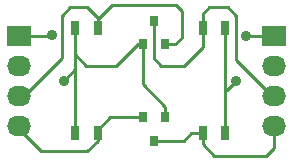
<source format=gbr>
G04 #@! TF.FileFunction,Copper,L1,Top,Signal*
%FSLAX46Y46*%
G04 Gerber Fmt 4.6, Leading zero omitted, Abs format (unit mm)*
G04 Created by KiCad (PCBNEW (2015-02-22 BZR 5447)-product) date 2015 March 16, Monday 22:42:36*
%MOMM*%
G01*
G04 APERTURE LIST*
%ADD10C,0.100000*%
%ADD11R,2.032000X1.727200*%
%ADD12O,2.032000X1.727200*%
%ADD13R,0.800000X0.900000*%
%ADD14R,0.700000X1.300000*%
%ADD15C,0.889000*%
%ADD16C,0.254000*%
G04 APERTURE END LIST*
D10*
D11*
X149860000Y-107950000D03*
D12*
X149860000Y-110490000D03*
X149860000Y-113030000D03*
X149860000Y-115570000D03*
D11*
X171450000Y-107950000D03*
D12*
X171450000Y-110490000D03*
X171450000Y-113030000D03*
X171450000Y-115570000D03*
D13*
X161290000Y-106680000D03*
X160340000Y-108680000D03*
X162190000Y-108680000D03*
X161290000Y-116840000D03*
X162240000Y-114840000D03*
X160390000Y-114840000D03*
D14*
X154625000Y-107315000D03*
X156525000Y-107315000D03*
X154625000Y-116205000D03*
X156525000Y-116205000D03*
X167320000Y-116205000D03*
X165420000Y-116205000D03*
X167320000Y-107315000D03*
X165420000Y-107315000D03*
D15*
X152628600Y-107873800D03*
X153670000Y-111760000D03*
X169100520Y-107950000D03*
X168275000Y-111760000D03*
D16*
X152476200Y-107873800D02*
X152628600Y-107873800D01*
X149860000Y-107950000D02*
X152400000Y-107950000D01*
X152400000Y-107950000D02*
X152476200Y-107873800D01*
X154625000Y-107315000D02*
X154625000Y-110303163D01*
X154625000Y-110303163D02*
X154625000Y-116205000D01*
X153670000Y-111760000D02*
X154625000Y-110805000D01*
X154625000Y-110805000D02*
X154625000Y-110303163D01*
X160340000Y-108680000D02*
X159925000Y-108680000D01*
X154625000Y-109540000D02*
X154625000Y-107315000D01*
X155575000Y-110490000D02*
X154625000Y-109540000D01*
X158115000Y-110490000D02*
X155575000Y-110490000D01*
X159925000Y-108680000D02*
X158115000Y-110490000D01*
X162240000Y-114840000D02*
X162240000Y-113980000D01*
X160340000Y-112080000D02*
X160340000Y-108680000D01*
X162240000Y-113980000D02*
X160340000Y-112080000D01*
X149860000Y-113030000D02*
X150291800Y-113030000D01*
X156525000Y-106436200D02*
X156525000Y-107315000D01*
X150291800Y-113030000D02*
X153492200Y-109829600D01*
X153492200Y-106248200D02*
X154178000Y-105562400D01*
X153492200Y-109829600D02*
X153492200Y-106248200D01*
X154178000Y-105562400D02*
X155651200Y-105562400D01*
X155651200Y-105562400D02*
X156525000Y-106436200D01*
X156525000Y-107315000D02*
X156525000Y-106568200D01*
X156525000Y-106568200D02*
X157708600Y-105384600D01*
X157708600Y-105384600D02*
X163169600Y-105384600D01*
X163169600Y-105384600D02*
X163652200Y-105867200D01*
X163652200Y-105867200D02*
X163652200Y-108127800D01*
X163652200Y-108127800D02*
X163100000Y-108680000D01*
X163100000Y-108680000D02*
X162190000Y-108680000D01*
X149860000Y-115570000D02*
X149860000Y-115824000D01*
X149860000Y-115824000D02*
X151765000Y-117729000D01*
X151765000Y-117729000D02*
X155651200Y-117729000D01*
X155651200Y-117729000D02*
X156525000Y-116855200D01*
X156525000Y-116855200D02*
X156525000Y-116205000D01*
X156525000Y-116205000D02*
X156525000Y-115905000D01*
X156525000Y-115905000D02*
X157590000Y-114840000D01*
X157590000Y-114840000D02*
X160390000Y-114840000D01*
X171450000Y-107950000D02*
X169100520Y-107950000D01*
X167320000Y-107315000D02*
X167320000Y-112555164D01*
X167320000Y-112555164D02*
X167320000Y-116205000D01*
X168275000Y-111760000D02*
X167479836Y-112555164D01*
X167479836Y-112555164D02*
X167320000Y-112555164D01*
X171450000Y-113030000D02*
X171297600Y-113030000D01*
X167589200Y-105562400D02*
X165989000Y-105562400D01*
X171297600Y-113030000D02*
X168275000Y-110007400D01*
X168275000Y-110007400D02*
X168275000Y-106248200D01*
X168275000Y-106248200D02*
X167589200Y-105562400D01*
X165989000Y-105562400D02*
X165420000Y-106131400D01*
X165420000Y-106131400D02*
X165420000Y-107315000D01*
X161290000Y-106680000D02*
X161290000Y-109855000D01*
X165420000Y-108900000D02*
X165420000Y-107315000D01*
X163830000Y-110490000D02*
X165420000Y-108900000D01*
X161925000Y-110490000D02*
X163830000Y-110490000D01*
X161290000Y-109855000D02*
X161925000Y-110490000D01*
X171450000Y-115570000D02*
X171450000Y-117475000D01*
X165420000Y-117160000D02*
X165420000Y-116205000D01*
X166370000Y-118110000D02*
X165420000Y-117160000D01*
X170815000Y-118110000D02*
X166370000Y-118110000D01*
X171450000Y-117475000D02*
X170815000Y-118110000D01*
X165420000Y-116205000D02*
X164465000Y-116205000D01*
X164465000Y-116205000D02*
X163830000Y-116840000D01*
X163830000Y-116840000D02*
X161290000Y-116840000D01*
M02*

</source>
